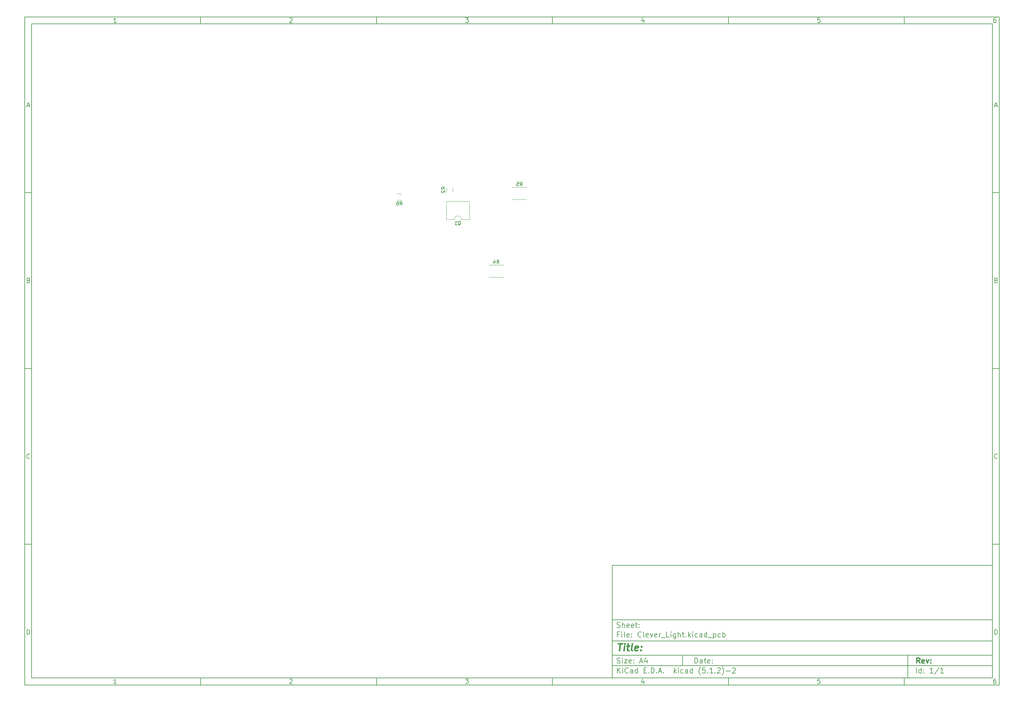
<source format=gbr>
G04 #@! TF.GenerationSoftware,KiCad,Pcbnew,(5.1.2)-2*
G04 #@! TF.CreationDate,2019-08-12T18:41:55+03:00*
G04 #@! TF.ProjectId,Clever_Light,436c6576-6572-45f4-9c69-6768742e6b69,rev?*
G04 #@! TF.SameCoordinates,Original*
G04 #@! TF.FileFunction,Legend,Bot*
G04 #@! TF.FilePolarity,Positive*
%FSLAX46Y46*%
G04 Gerber Fmt 4.6, Leading zero omitted, Abs format (unit mm)*
G04 Created by KiCad (PCBNEW (5.1.2)-2) date 2019-08-12 18:41:55*
%MOMM*%
%LPD*%
G04 APERTURE LIST*
%ADD10C,0.100000*%
%ADD11C,0.150000*%
%ADD12C,0.300000*%
%ADD13C,0.400000*%
%ADD14C,0.120000*%
G04 APERTURE END LIST*
D10*
D11*
X177002200Y-166007200D02*
X177002200Y-198007200D01*
X285002200Y-198007200D01*
X285002200Y-166007200D01*
X177002200Y-166007200D01*
D10*
D11*
X10000000Y-10000000D02*
X10000000Y-200007200D01*
X287002200Y-200007200D01*
X287002200Y-10000000D01*
X10000000Y-10000000D01*
D10*
D11*
X12000000Y-12000000D02*
X12000000Y-198007200D01*
X285002200Y-198007200D01*
X285002200Y-12000000D01*
X12000000Y-12000000D01*
D10*
D11*
X60000000Y-12000000D02*
X60000000Y-10000000D01*
D10*
D11*
X110000000Y-12000000D02*
X110000000Y-10000000D01*
D10*
D11*
X160000000Y-12000000D02*
X160000000Y-10000000D01*
D10*
D11*
X210000000Y-12000000D02*
X210000000Y-10000000D01*
D10*
D11*
X260000000Y-12000000D02*
X260000000Y-10000000D01*
D10*
D11*
X36065476Y-11588095D02*
X35322619Y-11588095D01*
X35694047Y-11588095D02*
X35694047Y-10288095D01*
X35570238Y-10473809D01*
X35446428Y-10597619D01*
X35322619Y-10659523D01*
D10*
D11*
X85322619Y-10411904D02*
X85384523Y-10350000D01*
X85508333Y-10288095D01*
X85817857Y-10288095D01*
X85941666Y-10350000D01*
X86003571Y-10411904D01*
X86065476Y-10535714D01*
X86065476Y-10659523D01*
X86003571Y-10845238D01*
X85260714Y-11588095D01*
X86065476Y-11588095D01*
D10*
D11*
X135260714Y-10288095D02*
X136065476Y-10288095D01*
X135632142Y-10783333D01*
X135817857Y-10783333D01*
X135941666Y-10845238D01*
X136003571Y-10907142D01*
X136065476Y-11030952D01*
X136065476Y-11340476D01*
X136003571Y-11464285D01*
X135941666Y-11526190D01*
X135817857Y-11588095D01*
X135446428Y-11588095D01*
X135322619Y-11526190D01*
X135260714Y-11464285D01*
D10*
D11*
X185941666Y-10721428D02*
X185941666Y-11588095D01*
X185632142Y-10226190D02*
X185322619Y-11154761D01*
X186127380Y-11154761D01*
D10*
D11*
X236003571Y-10288095D02*
X235384523Y-10288095D01*
X235322619Y-10907142D01*
X235384523Y-10845238D01*
X235508333Y-10783333D01*
X235817857Y-10783333D01*
X235941666Y-10845238D01*
X236003571Y-10907142D01*
X236065476Y-11030952D01*
X236065476Y-11340476D01*
X236003571Y-11464285D01*
X235941666Y-11526190D01*
X235817857Y-11588095D01*
X235508333Y-11588095D01*
X235384523Y-11526190D01*
X235322619Y-11464285D01*
D10*
D11*
X285941666Y-10288095D02*
X285694047Y-10288095D01*
X285570238Y-10350000D01*
X285508333Y-10411904D01*
X285384523Y-10597619D01*
X285322619Y-10845238D01*
X285322619Y-11340476D01*
X285384523Y-11464285D01*
X285446428Y-11526190D01*
X285570238Y-11588095D01*
X285817857Y-11588095D01*
X285941666Y-11526190D01*
X286003571Y-11464285D01*
X286065476Y-11340476D01*
X286065476Y-11030952D01*
X286003571Y-10907142D01*
X285941666Y-10845238D01*
X285817857Y-10783333D01*
X285570238Y-10783333D01*
X285446428Y-10845238D01*
X285384523Y-10907142D01*
X285322619Y-11030952D01*
D10*
D11*
X60000000Y-198007200D02*
X60000000Y-200007200D01*
D10*
D11*
X110000000Y-198007200D02*
X110000000Y-200007200D01*
D10*
D11*
X160000000Y-198007200D02*
X160000000Y-200007200D01*
D10*
D11*
X210000000Y-198007200D02*
X210000000Y-200007200D01*
D10*
D11*
X260000000Y-198007200D02*
X260000000Y-200007200D01*
D10*
D11*
X36065476Y-199595295D02*
X35322619Y-199595295D01*
X35694047Y-199595295D02*
X35694047Y-198295295D01*
X35570238Y-198481009D01*
X35446428Y-198604819D01*
X35322619Y-198666723D01*
D10*
D11*
X85322619Y-198419104D02*
X85384523Y-198357200D01*
X85508333Y-198295295D01*
X85817857Y-198295295D01*
X85941666Y-198357200D01*
X86003571Y-198419104D01*
X86065476Y-198542914D01*
X86065476Y-198666723D01*
X86003571Y-198852438D01*
X85260714Y-199595295D01*
X86065476Y-199595295D01*
D10*
D11*
X135260714Y-198295295D02*
X136065476Y-198295295D01*
X135632142Y-198790533D01*
X135817857Y-198790533D01*
X135941666Y-198852438D01*
X136003571Y-198914342D01*
X136065476Y-199038152D01*
X136065476Y-199347676D01*
X136003571Y-199471485D01*
X135941666Y-199533390D01*
X135817857Y-199595295D01*
X135446428Y-199595295D01*
X135322619Y-199533390D01*
X135260714Y-199471485D01*
D10*
D11*
X185941666Y-198728628D02*
X185941666Y-199595295D01*
X185632142Y-198233390D02*
X185322619Y-199161961D01*
X186127380Y-199161961D01*
D10*
D11*
X236003571Y-198295295D02*
X235384523Y-198295295D01*
X235322619Y-198914342D01*
X235384523Y-198852438D01*
X235508333Y-198790533D01*
X235817857Y-198790533D01*
X235941666Y-198852438D01*
X236003571Y-198914342D01*
X236065476Y-199038152D01*
X236065476Y-199347676D01*
X236003571Y-199471485D01*
X235941666Y-199533390D01*
X235817857Y-199595295D01*
X235508333Y-199595295D01*
X235384523Y-199533390D01*
X235322619Y-199471485D01*
D10*
D11*
X285941666Y-198295295D02*
X285694047Y-198295295D01*
X285570238Y-198357200D01*
X285508333Y-198419104D01*
X285384523Y-198604819D01*
X285322619Y-198852438D01*
X285322619Y-199347676D01*
X285384523Y-199471485D01*
X285446428Y-199533390D01*
X285570238Y-199595295D01*
X285817857Y-199595295D01*
X285941666Y-199533390D01*
X286003571Y-199471485D01*
X286065476Y-199347676D01*
X286065476Y-199038152D01*
X286003571Y-198914342D01*
X285941666Y-198852438D01*
X285817857Y-198790533D01*
X285570238Y-198790533D01*
X285446428Y-198852438D01*
X285384523Y-198914342D01*
X285322619Y-199038152D01*
D10*
D11*
X10000000Y-60000000D02*
X12000000Y-60000000D01*
D10*
D11*
X10000000Y-110000000D02*
X12000000Y-110000000D01*
D10*
D11*
X10000000Y-160000000D02*
X12000000Y-160000000D01*
D10*
D11*
X10690476Y-35216666D02*
X11309523Y-35216666D01*
X10566666Y-35588095D02*
X11000000Y-34288095D01*
X11433333Y-35588095D01*
D10*
D11*
X11092857Y-84907142D02*
X11278571Y-84969047D01*
X11340476Y-85030952D01*
X11402380Y-85154761D01*
X11402380Y-85340476D01*
X11340476Y-85464285D01*
X11278571Y-85526190D01*
X11154761Y-85588095D01*
X10659523Y-85588095D01*
X10659523Y-84288095D01*
X11092857Y-84288095D01*
X11216666Y-84350000D01*
X11278571Y-84411904D01*
X11340476Y-84535714D01*
X11340476Y-84659523D01*
X11278571Y-84783333D01*
X11216666Y-84845238D01*
X11092857Y-84907142D01*
X10659523Y-84907142D01*
D10*
D11*
X11402380Y-135464285D02*
X11340476Y-135526190D01*
X11154761Y-135588095D01*
X11030952Y-135588095D01*
X10845238Y-135526190D01*
X10721428Y-135402380D01*
X10659523Y-135278571D01*
X10597619Y-135030952D01*
X10597619Y-134845238D01*
X10659523Y-134597619D01*
X10721428Y-134473809D01*
X10845238Y-134350000D01*
X11030952Y-134288095D01*
X11154761Y-134288095D01*
X11340476Y-134350000D01*
X11402380Y-134411904D01*
D10*
D11*
X10659523Y-185588095D02*
X10659523Y-184288095D01*
X10969047Y-184288095D01*
X11154761Y-184350000D01*
X11278571Y-184473809D01*
X11340476Y-184597619D01*
X11402380Y-184845238D01*
X11402380Y-185030952D01*
X11340476Y-185278571D01*
X11278571Y-185402380D01*
X11154761Y-185526190D01*
X10969047Y-185588095D01*
X10659523Y-185588095D01*
D10*
D11*
X287002200Y-60000000D02*
X285002200Y-60000000D01*
D10*
D11*
X287002200Y-110000000D02*
X285002200Y-110000000D01*
D10*
D11*
X287002200Y-160000000D02*
X285002200Y-160000000D01*
D10*
D11*
X285692676Y-35216666D02*
X286311723Y-35216666D01*
X285568866Y-35588095D02*
X286002200Y-34288095D01*
X286435533Y-35588095D01*
D10*
D11*
X286095057Y-84907142D02*
X286280771Y-84969047D01*
X286342676Y-85030952D01*
X286404580Y-85154761D01*
X286404580Y-85340476D01*
X286342676Y-85464285D01*
X286280771Y-85526190D01*
X286156961Y-85588095D01*
X285661723Y-85588095D01*
X285661723Y-84288095D01*
X286095057Y-84288095D01*
X286218866Y-84350000D01*
X286280771Y-84411904D01*
X286342676Y-84535714D01*
X286342676Y-84659523D01*
X286280771Y-84783333D01*
X286218866Y-84845238D01*
X286095057Y-84907142D01*
X285661723Y-84907142D01*
D10*
D11*
X286404580Y-135464285D02*
X286342676Y-135526190D01*
X286156961Y-135588095D01*
X286033152Y-135588095D01*
X285847438Y-135526190D01*
X285723628Y-135402380D01*
X285661723Y-135278571D01*
X285599819Y-135030952D01*
X285599819Y-134845238D01*
X285661723Y-134597619D01*
X285723628Y-134473809D01*
X285847438Y-134350000D01*
X286033152Y-134288095D01*
X286156961Y-134288095D01*
X286342676Y-134350000D01*
X286404580Y-134411904D01*
D10*
D11*
X285661723Y-185588095D02*
X285661723Y-184288095D01*
X285971247Y-184288095D01*
X286156961Y-184350000D01*
X286280771Y-184473809D01*
X286342676Y-184597619D01*
X286404580Y-184845238D01*
X286404580Y-185030952D01*
X286342676Y-185278571D01*
X286280771Y-185402380D01*
X286156961Y-185526190D01*
X285971247Y-185588095D01*
X285661723Y-185588095D01*
D10*
D11*
X200434342Y-193785771D02*
X200434342Y-192285771D01*
X200791485Y-192285771D01*
X201005771Y-192357200D01*
X201148628Y-192500057D01*
X201220057Y-192642914D01*
X201291485Y-192928628D01*
X201291485Y-193142914D01*
X201220057Y-193428628D01*
X201148628Y-193571485D01*
X201005771Y-193714342D01*
X200791485Y-193785771D01*
X200434342Y-193785771D01*
X202577200Y-193785771D02*
X202577200Y-193000057D01*
X202505771Y-192857200D01*
X202362914Y-192785771D01*
X202077200Y-192785771D01*
X201934342Y-192857200D01*
X202577200Y-193714342D02*
X202434342Y-193785771D01*
X202077200Y-193785771D01*
X201934342Y-193714342D01*
X201862914Y-193571485D01*
X201862914Y-193428628D01*
X201934342Y-193285771D01*
X202077200Y-193214342D01*
X202434342Y-193214342D01*
X202577200Y-193142914D01*
X203077200Y-192785771D02*
X203648628Y-192785771D01*
X203291485Y-192285771D02*
X203291485Y-193571485D01*
X203362914Y-193714342D01*
X203505771Y-193785771D01*
X203648628Y-193785771D01*
X204720057Y-193714342D02*
X204577200Y-193785771D01*
X204291485Y-193785771D01*
X204148628Y-193714342D01*
X204077200Y-193571485D01*
X204077200Y-193000057D01*
X204148628Y-192857200D01*
X204291485Y-192785771D01*
X204577200Y-192785771D01*
X204720057Y-192857200D01*
X204791485Y-193000057D01*
X204791485Y-193142914D01*
X204077200Y-193285771D01*
X205434342Y-193642914D02*
X205505771Y-193714342D01*
X205434342Y-193785771D01*
X205362914Y-193714342D01*
X205434342Y-193642914D01*
X205434342Y-193785771D01*
X205434342Y-192857200D02*
X205505771Y-192928628D01*
X205434342Y-193000057D01*
X205362914Y-192928628D01*
X205434342Y-192857200D01*
X205434342Y-193000057D01*
D10*
D11*
X177002200Y-194507200D02*
X285002200Y-194507200D01*
D10*
D11*
X178434342Y-196585771D02*
X178434342Y-195085771D01*
X179291485Y-196585771D02*
X178648628Y-195728628D01*
X179291485Y-195085771D02*
X178434342Y-195942914D01*
X179934342Y-196585771D02*
X179934342Y-195585771D01*
X179934342Y-195085771D02*
X179862914Y-195157200D01*
X179934342Y-195228628D01*
X180005771Y-195157200D01*
X179934342Y-195085771D01*
X179934342Y-195228628D01*
X181505771Y-196442914D02*
X181434342Y-196514342D01*
X181220057Y-196585771D01*
X181077200Y-196585771D01*
X180862914Y-196514342D01*
X180720057Y-196371485D01*
X180648628Y-196228628D01*
X180577200Y-195942914D01*
X180577200Y-195728628D01*
X180648628Y-195442914D01*
X180720057Y-195300057D01*
X180862914Y-195157200D01*
X181077200Y-195085771D01*
X181220057Y-195085771D01*
X181434342Y-195157200D01*
X181505771Y-195228628D01*
X182791485Y-196585771D02*
X182791485Y-195800057D01*
X182720057Y-195657200D01*
X182577200Y-195585771D01*
X182291485Y-195585771D01*
X182148628Y-195657200D01*
X182791485Y-196514342D02*
X182648628Y-196585771D01*
X182291485Y-196585771D01*
X182148628Y-196514342D01*
X182077200Y-196371485D01*
X182077200Y-196228628D01*
X182148628Y-196085771D01*
X182291485Y-196014342D01*
X182648628Y-196014342D01*
X182791485Y-195942914D01*
X184148628Y-196585771D02*
X184148628Y-195085771D01*
X184148628Y-196514342D02*
X184005771Y-196585771D01*
X183720057Y-196585771D01*
X183577200Y-196514342D01*
X183505771Y-196442914D01*
X183434342Y-196300057D01*
X183434342Y-195871485D01*
X183505771Y-195728628D01*
X183577200Y-195657200D01*
X183720057Y-195585771D01*
X184005771Y-195585771D01*
X184148628Y-195657200D01*
X186005771Y-195800057D02*
X186505771Y-195800057D01*
X186720057Y-196585771D02*
X186005771Y-196585771D01*
X186005771Y-195085771D01*
X186720057Y-195085771D01*
X187362914Y-196442914D02*
X187434342Y-196514342D01*
X187362914Y-196585771D01*
X187291485Y-196514342D01*
X187362914Y-196442914D01*
X187362914Y-196585771D01*
X188077200Y-196585771D02*
X188077200Y-195085771D01*
X188434342Y-195085771D01*
X188648628Y-195157200D01*
X188791485Y-195300057D01*
X188862914Y-195442914D01*
X188934342Y-195728628D01*
X188934342Y-195942914D01*
X188862914Y-196228628D01*
X188791485Y-196371485D01*
X188648628Y-196514342D01*
X188434342Y-196585771D01*
X188077200Y-196585771D01*
X189577200Y-196442914D02*
X189648628Y-196514342D01*
X189577200Y-196585771D01*
X189505771Y-196514342D01*
X189577200Y-196442914D01*
X189577200Y-196585771D01*
X190220057Y-196157200D02*
X190934342Y-196157200D01*
X190077200Y-196585771D02*
X190577200Y-195085771D01*
X191077200Y-196585771D01*
X191577200Y-196442914D02*
X191648628Y-196514342D01*
X191577200Y-196585771D01*
X191505771Y-196514342D01*
X191577200Y-196442914D01*
X191577200Y-196585771D01*
X194577200Y-196585771D02*
X194577200Y-195085771D01*
X194720057Y-196014342D02*
X195148628Y-196585771D01*
X195148628Y-195585771D02*
X194577200Y-196157200D01*
X195791485Y-196585771D02*
X195791485Y-195585771D01*
X195791485Y-195085771D02*
X195720057Y-195157200D01*
X195791485Y-195228628D01*
X195862914Y-195157200D01*
X195791485Y-195085771D01*
X195791485Y-195228628D01*
X197148628Y-196514342D02*
X197005771Y-196585771D01*
X196720057Y-196585771D01*
X196577200Y-196514342D01*
X196505771Y-196442914D01*
X196434342Y-196300057D01*
X196434342Y-195871485D01*
X196505771Y-195728628D01*
X196577200Y-195657200D01*
X196720057Y-195585771D01*
X197005771Y-195585771D01*
X197148628Y-195657200D01*
X198434342Y-196585771D02*
X198434342Y-195800057D01*
X198362914Y-195657200D01*
X198220057Y-195585771D01*
X197934342Y-195585771D01*
X197791485Y-195657200D01*
X198434342Y-196514342D02*
X198291485Y-196585771D01*
X197934342Y-196585771D01*
X197791485Y-196514342D01*
X197720057Y-196371485D01*
X197720057Y-196228628D01*
X197791485Y-196085771D01*
X197934342Y-196014342D01*
X198291485Y-196014342D01*
X198434342Y-195942914D01*
X199791485Y-196585771D02*
X199791485Y-195085771D01*
X199791485Y-196514342D02*
X199648628Y-196585771D01*
X199362914Y-196585771D01*
X199220057Y-196514342D01*
X199148628Y-196442914D01*
X199077200Y-196300057D01*
X199077200Y-195871485D01*
X199148628Y-195728628D01*
X199220057Y-195657200D01*
X199362914Y-195585771D01*
X199648628Y-195585771D01*
X199791485Y-195657200D01*
X202077200Y-197157200D02*
X202005771Y-197085771D01*
X201862914Y-196871485D01*
X201791485Y-196728628D01*
X201720057Y-196514342D01*
X201648628Y-196157200D01*
X201648628Y-195871485D01*
X201720057Y-195514342D01*
X201791485Y-195300057D01*
X201862914Y-195157200D01*
X202005771Y-194942914D01*
X202077200Y-194871485D01*
X203362914Y-195085771D02*
X202648628Y-195085771D01*
X202577200Y-195800057D01*
X202648628Y-195728628D01*
X202791485Y-195657200D01*
X203148628Y-195657200D01*
X203291485Y-195728628D01*
X203362914Y-195800057D01*
X203434342Y-195942914D01*
X203434342Y-196300057D01*
X203362914Y-196442914D01*
X203291485Y-196514342D01*
X203148628Y-196585771D01*
X202791485Y-196585771D01*
X202648628Y-196514342D01*
X202577200Y-196442914D01*
X204077200Y-196442914D02*
X204148628Y-196514342D01*
X204077200Y-196585771D01*
X204005771Y-196514342D01*
X204077200Y-196442914D01*
X204077200Y-196585771D01*
X205577200Y-196585771D02*
X204720057Y-196585771D01*
X205148628Y-196585771D02*
X205148628Y-195085771D01*
X205005771Y-195300057D01*
X204862914Y-195442914D01*
X204720057Y-195514342D01*
X206220057Y-196442914D02*
X206291485Y-196514342D01*
X206220057Y-196585771D01*
X206148628Y-196514342D01*
X206220057Y-196442914D01*
X206220057Y-196585771D01*
X206862914Y-195228628D02*
X206934342Y-195157200D01*
X207077200Y-195085771D01*
X207434342Y-195085771D01*
X207577200Y-195157200D01*
X207648628Y-195228628D01*
X207720057Y-195371485D01*
X207720057Y-195514342D01*
X207648628Y-195728628D01*
X206791485Y-196585771D01*
X207720057Y-196585771D01*
X208220057Y-197157200D02*
X208291485Y-197085771D01*
X208434342Y-196871485D01*
X208505771Y-196728628D01*
X208577200Y-196514342D01*
X208648628Y-196157200D01*
X208648628Y-195871485D01*
X208577200Y-195514342D01*
X208505771Y-195300057D01*
X208434342Y-195157200D01*
X208291485Y-194942914D01*
X208220057Y-194871485D01*
X209362914Y-196014342D02*
X210505771Y-196014342D01*
X211148628Y-195228628D02*
X211220057Y-195157200D01*
X211362914Y-195085771D01*
X211720057Y-195085771D01*
X211862914Y-195157200D01*
X211934342Y-195228628D01*
X212005771Y-195371485D01*
X212005771Y-195514342D01*
X211934342Y-195728628D01*
X211077200Y-196585771D01*
X212005771Y-196585771D01*
D10*
D11*
X177002200Y-191507200D02*
X285002200Y-191507200D01*
D10*
D12*
X264411485Y-193785771D02*
X263911485Y-193071485D01*
X263554342Y-193785771D02*
X263554342Y-192285771D01*
X264125771Y-192285771D01*
X264268628Y-192357200D01*
X264340057Y-192428628D01*
X264411485Y-192571485D01*
X264411485Y-192785771D01*
X264340057Y-192928628D01*
X264268628Y-193000057D01*
X264125771Y-193071485D01*
X263554342Y-193071485D01*
X265625771Y-193714342D02*
X265482914Y-193785771D01*
X265197200Y-193785771D01*
X265054342Y-193714342D01*
X264982914Y-193571485D01*
X264982914Y-193000057D01*
X265054342Y-192857200D01*
X265197200Y-192785771D01*
X265482914Y-192785771D01*
X265625771Y-192857200D01*
X265697200Y-193000057D01*
X265697200Y-193142914D01*
X264982914Y-193285771D01*
X266197200Y-192785771D02*
X266554342Y-193785771D01*
X266911485Y-192785771D01*
X267482914Y-193642914D02*
X267554342Y-193714342D01*
X267482914Y-193785771D01*
X267411485Y-193714342D01*
X267482914Y-193642914D01*
X267482914Y-193785771D01*
X267482914Y-192857200D02*
X267554342Y-192928628D01*
X267482914Y-193000057D01*
X267411485Y-192928628D01*
X267482914Y-192857200D01*
X267482914Y-193000057D01*
D10*
D11*
X178362914Y-193714342D02*
X178577200Y-193785771D01*
X178934342Y-193785771D01*
X179077200Y-193714342D01*
X179148628Y-193642914D01*
X179220057Y-193500057D01*
X179220057Y-193357200D01*
X179148628Y-193214342D01*
X179077200Y-193142914D01*
X178934342Y-193071485D01*
X178648628Y-193000057D01*
X178505771Y-192928628D01*
X178434342Y-192857200D01*
X178362914Y-192714342D01*
X178362914Y-192571485D01*
X178434342Y-192428628D01*
X178505771Y-192357200D01*
X178648628Y-192285771D01*
X179005771Y-192285771D01*
X179220057Y-192357200D01*
X179862914Y-193785771D02*
X179862914Y-192785771D01*
X179862914Y-192285771D02*
X179791485Y-192357200D01*
X179862914Y-192428628D01*
X179934342Y-192357200D01*
X179862914Y-192285771D01*
X179862914Y-192428628D01*
X180434342Y-192785771D02*
X181220057Y-192785771D01*
X180434342Y-193785771D01*
X181220057Y-193785771D01*
X182362914Y-193714342D02*
X182220057Y-193785771D01*
X181934342Y-193785771D01*
X181791485Y-193714342D01*
X181720057Y-193571485D01*
X181720057Y-193000057D01*
X181791485Y-192857200D01*
X181934342Y-192785771D01*
X182220057Y-192785771D01*
X182362914Y-192857200D01*
X182434342Y-193000057D01*
X182434342Y-193142914D01*
X181720057Y-193285771D01*
X183077200Y-193642914D02*
X183148628Y-193714342D01*
X183077200Y-193785771D01*
X183005771Y-193714342D01*
X183077200Y-193642914D01*
X183077200Y-193785771D01*
X183077200Y-192857200D02*
X183148628Y-192928628D01*
X183077200Y-193000057D01*
X183005771Y-192928628D01*
X183077200Y-192857200D01*
X183077200Y-193000057D01*
X184862914Y-193357200D02*
X185577200Y-193357200D01*
X184720057Y-193785771D02*
X185220057Y-192285771D01*
X185720057Y-193785771D01*
X186862914Y-192785771D02*
X186862914Y-193785771D01*
X186505771Y-192214342D02*
X186148628Y-193285771D01*
X187077200Y-193285771D01*
D10*
D11*
X263434342Y-196585771D02*
X263434342Y-195085771D01*
X264791485Y-196585771D02*
X264791485Y-195085771D01*
X264791485Y-196514342D02*
X264648628Y-196585771D01*
X264362914Y-196585771D01*
X264220057Y-196514342D01*
X264148628Y-196442914D01*
X264077200Y-196300057D01*
X264077200Y-195871485D01*
X264148628Y-195728628D01*
X264220057Y-195657200D01*
X264362914Y-195585771D01*
X264648628Y-195585771D01*
X264791485Y-195657200D01*
X265505771Y-196442914D02*
X265577200Y-196514342D01*
X265505771Y-196585771D01*
X265434342Y-196514342D01*
X265505771Y-196442914D01*
X265505771Y-196585771D01*
X265505771Y-195657200D02*
X265577200Y-195728628D01*
X265505771Y-195800057D01*
X265434342Y-195728628D01*
X265505771Y-195657200D01*
X265505771Y-195800057D01*
X268148628Y-196585771D02*
X267291485Y-196585771D01*
X267720057Y-196585771D02*
X267720057Y-195085771D01*
X267577200Y-195300057D01*
X267434342Y-195442914D01*
X267291485Y-195514342D01*
X269862914Y-195014342D02*
X268577200Y-196942914D01*
X271148628Y-196585771D02*
X270291485Y-196585771D01*
X270720057Y-196585771D02*
X270720057Y-195085771D01*
X270577200Y-195300057D01*
X270434342Y-195442914D01*
X270291485Y-195514342D01*
D10*
D11*
X177002200Y-187507200D02*
X285002200Y-187507200D01*
D10*
D13*
X178714580Y-188211961D02*
X179857438Y-188211961D01*
X179036009Y-190211961D02*
X179286009Y-188211961D01*
X180274104Y-190211961D02*
X180440771Y-188878628D01*
X180524104Y-188211961D02*
X180416961Y-188307200D01*
X180500295Y-188402438D01*
X180607438Y-188307200D01*
X180524104Y-188211961D01*
X180500295Y-188402438D01*
X181107438Y-188878628D02*
X181869342Y-188878628D01*
X181476485Y-188211961D02*
X181262200Y-189926247D01*
X181333628Y-190116723D01*
X181512200Y-190211961D01*
X181702676Y-190211961D01*
X182655057Y-190211961D02*
X182476485Y-190116723D01*
X182405057Y-189926247D01*
X182619342Y-188211961D01*
X184190771Y-190116723D02*
X183988390Y-190211961D01*
X183607438Y-190211961D01*
X183428866Y-190116723D01*
X183357438Y-189926247D01*
X183452676Y-189164342D01*
X183571723Y-188973866D01*
X183774104Y-188878628D01*
X184155057Y-188878628D01*
X184333628Y-188973866D01*
X184405057Y-189164342D01*
X184381247Y-189354819D01*
X183405057Y-189545295D01*
X185155057Y-190021485D02*
X185238390Y-190116723D01*
X185131247Y-190211961D01*
X185047914Y-190116723D01*
X185155057Y-190021485D01*
X185131247Y-190211961D01*
X185286009Y-188973866D02*
X185369342Y-189069104D01*
X185262200Y-189164342D01*
X185178866Y-189069104D01*
X185286009Y-188973866D01*
X185262200Y-189164342D01*
D10*
D11*
X178934342Y-185600057D02*
X178434342Y-185600057D01*
X178434342Y-186385771D02*
X178434342Y-184885771D01*
X179148628Y-184885771D01*
X179720057Y-186385771D02*
X179720057Y-185385771D01*
X179720057Y-184885771D02*
X179648628Y-184957200D01*
X179720057Y-185028628D01*
X179791485Y-184957200D01*
X179720057Y-184885771D01*
X179720057Y-185028628D01*
X180648628Y-186385771D02*
X180505771Y-186314342D01*
X180434342Y-186171485D01*
X180434342Y-184885771D01*
X181791485Y-186314342D02*
X181648628Y-186385771D01*
X181362914Y-186385771D01*
X181220057Y-186314342D01*
X181148628Y-186171485D01*
X181148628Y-185600057D01*
X181220057Y-185457200D01*
X181362914Y-185385771D01*
X181648628Y-185385771D01*
X181791485Y-185457200D01*
X181862914Y-185600057D01*
X181862914Y-185742914D01*
X181148628Y-185885771D01*
X182505771Y-186242914D02*
X182577200Y-186314342D01*
X182505771Y-186385771D01*
X182434342Y-186314342D01*
X182505771Y-186242914D01*
X182505771Y-186385771D01*
X182505771Y-185457200D02*
X182577200Y-185528628D01*
X182505771Y-185600057D01*
X182434342Y-185528628D01*
X182505771Y-185457200D01*
X182505771Y-185600057D01*
X185220057Y-186242914D02*
X185148628Y-186314342D01*
X184934342Y-186385771D01*
X184791485Y-186385771D01*
X184577200Y-186314342D01*
X184434342Y-186171485D01*
X184362914Y-186028628D01*
X184291485Y-185742914D01*
X184291485Y-185528628D01*
X184362914Y-185242914D01*
X184434342Y-185100057D01*
X184577200Y-184957200D01*
X184791485Y-184885771D01*
X184934342Y-184885771D01*
X185148628Y-184957200D01*
X185220057Y-185028628D01*
X186077200Y-186385771D02*
X185934342Y-186314342D01*
X185862914Y-186171485D01*
X185862914Y-184885771D01*
X187220057Y-186314342D02*
X187077200Y-186385771D01*
X186791485Y-186385771D01*
X186648628Y-186314342D01*
X186577200Y-186171485D01*
X186577200Y-185600057D01*
X186648628Y-185457200D01*
X186791485Y-185385771D01*
X187077200Y-185385771D01*
X187220057Y-185457200D01*
X187291485Y-185600057D01*
X187291485Y-185742914D01*
X186577200Y-185885771D01*
X187791485Y-185385771D02*
X188148628Y-186385771D01*
X188505771Y-185385771D01*
X189648628Y-186314342D02*
X189505771Y-186385771D01*
X189220057Y-186385771D01*
X189077200Y-186314342D01*
X189005771Y-186171485D01*
X189005771Y-185600057D01*
X189077200Y-185457200D01*
X189220057Y-185385771D01*
X189505771Y-185385771D01*
X189648628Y-185457200D01*
X189720057Y-185600057D01*
X189720057Y-185742914D01*
X189005771Y-185885771D01*
X190362914Y-186385771D02*
X190362914Y-185385771D01*
X190362914Y-185671485D02*
X190434342Y-185528628D01*
X190505771Y-185457200D01*
X190648628Y-185385771D01*
X190791485Y-185385771D01*
X190934342Y-186528628D02*
X192077200Y-186528628D01*
X193148628Y-186385771D02*
X192434342Y-186385771D01*
X192434342Y-184885771D01*
X193648628Y-186385771D02*
X193648628Y-185385771D01*
X193648628Y-184885771D02*
X193577200Y-184957200D01*
X193648628Y-185028628D01*
X193720057Y-184957200D01*
X193648628Y-184885771D01*
X193648628Y-185028628D01*
X195005771Y-185385771D02*
X195005771Y-186600057D01*
X194934342Y-186742914D01*
X194862914Y-186814342D01*
X194720057Y-186885771D01*
X194505771Y-186885771D01*
X194362914Y-186814342D01*
X195005771Y-186314342D02*
X194862914Y-186385771D01*
X194577200Y-186385771D01*
X194434342Y-186314342D01*
X194362914Y-186242914D01*
X194291485Y-186100057D01*
X194291485Y-185671485D01*
X194362914Y-185528628D01*
X194434342Y-185457200D01*
X194577200Y-185385771D01*
X194862914Y-185385771D01*
X195005771Y-185457200D01*
X195720057Y-186385771D02*
X195720057Y-184885771D01*
X196362914Y-186385771D02*
X196362914Y-185600057D01*
X196291485Y-185457200D01*
X196148628Y-185385771D01*
X195934342Y-185385771D01*
X195791485Y-185457200D01*
X195720057Y-185528628D01*
X196862914Y-185385771D02*
X197434342Y-185385771D01*
X197077200Y-184885771D02*
X197077200Y-186171485D01*
X197148628Y-186314342D01*
X197291485Y-186385771D01*
X197434342Y-186385771D01*
X197934342Y-186242914D02*
X198005771Y-186314342D01*
X197934342Y-186385771D01*
X197862914Y-186314342D01*
X197934342Y-186242914D01*
X197934342Y-186385771D01*
X198648628Y-186385771D02*
X198648628Y-184885771D01*
X198791485Y-185814342D02*
X199220057Y-186385771D01*
X199220057Y-185385771D02*
X198648628Y-185957200D01*
X199862914Y-186385771D02*
X199862914Y-185385771D01*
X199862914Y-184885771D02*
X199791485Y-184957200D01*
X199862914Y-185028628D01*
X199934342Y-184957200D01*
X199862914Y-184885771D01*
X199862914Y-185028628D01*
X201220057Y-186314342D02*
X201077200Y-186385771D01*
X200791485Y-186385771D01*
X200648628Y-186314342D01*
X200577200Y-186242914D01*
X200505771Y-186100057D01*
X200505771Y-185671485D01*
X200577200Y-185528628D01*
X200648628Y-185457200D01*
X200791485Y-185385771D01*
X201077200Y-185385771D01*
X201220057Y-185457200D01*
X202505771Y-186385771D02*
X202505771Y-185600057D01*
X202434342Y-185457200D01*
X202291485Y-185385771D01*
X202005771Y-185385771D01*
X201862914Y-185457200D01*
X202505771Y-186314342D02*
X202362914Y-186385771D01*
X202005771Y-186385771D01*
X201862914Y-186314342D01*
X201791485Y-186171485D01*
X201791485Y-186028628D01*
X201862914Y-185885771D01*
X202005771Y-185814342D01*
X202362914Y-185814342D01*
X202505771Y-185742914D01*
X203862914Y-186385771D02*
X203862914Y-184885771D01*
X203862914Y-186314342D02*
X203720057Y-186385771D01*
X203434342Y-186385771D01*
X203291485Y-186314342D01*
X203220057Y-186242914D01*
X203148628Y-186100057D01*
X203148628Y-185671485D01*
X203220057Y-185528628D01*
X203291485Y-185457200D01*
X203434342Y-185385771D01*
X203720057Y-185385771D01*
X203862914Y-185457200D01*
X204220057Y-186528628D02*
X205362914Y-186528628D01*
X205720057Y-185385771D02*
X205720057Y-186885771D01*
X205720057Y-185457200D02*
X205862914Y-185385771D01*
X206148628Y-185385771D01*
X206291485Y-185457200D01*
X206362914Y-185528628D01*
X206434342Y-185671485D01*
X206434342Y-186100057D01*
X206362914Y-186242914D01*
X206291485Y-186314342D01*
X206148628Y-186385771D01*
X205862914Y-186385771D01*
X205720057Y-186314342D01*
X207720057Y-186314342D02*
X207577200Y-186385771D01*
X207291485Y-186385771D01*
X207148628Y-186314342D01*
X207077200Y-186242914D01*
X207005771Y-186100057D01*
X207005771Y-185671485D01*
X207077200Y-185528628D01*
X207148628Y-185457200D01*
X207291485Y-185385771D01*
X207577200Y-185385771D01*
X207720057Y-185457200D01*
X208362914Y-186385771D02*
X208362914Y-184885771D01*
X208362914Y-185457200D02*
X208505771Y-185385771D01*
X208791485Y-185385771D01*
X208934342Y-185457200D01*
X209005771Y-185528628D01*
X209077200Y-185671485D01*
X209077200Y-186100057D01*
X209005771Y-186242914D01*
X208934342Y-186314342D01*
X208791485Y-186385771D01*
X208505771Y-186385771D01*
X208362914Y-186314342D01*
D10*
D11*
X177002200Y-181507200D02*
X285002200Y-181507200D01*
D10*
D11*
X178362914Y-183614342D02*
X178577200Y-183685771D01*
X178934342Y-183685771D01*
X179077200Y-183614342D01*
X179148628Y-183542914D01*
X179220057Y-183400057D01*
X179220057Y-183257200D01*
X179148628Y-183114342D01*
X179077200Y-183042914D01*
X178934342Y-182971485D01*
X178648628Y-182900057D01*
X178505771Y-182828628D01*
X178434342Y-182757200D01*
X178362914Y-182614342D01*
X178362914Y-182471485D01*
X178434342Y-182328628D01*
X178505771Y-182257200D01*
X178648628Y-182185771D01*
X179005771Y-182185771D01*
X179220057Y-182257200D01*
X179862914Y-183685771D02*
X179862914Y-182185771D01*
X180505771Y-183685771D02*
X180505771Y-182900057D01*
X180434342Y-182757200D01*
X180291485Y-182685771D01*
X180077200Y-182685771D01*
X179934342Y-182757200D01*
X179862914Y-182828628D01*
X181791485Y-183614342D02*
X181648628Y-183685771D01*
X181362914Y-183685771D01*
X181220057Y-183614342D01*
X181148628Y-183471485D01*
X181148628Y-182900057D01*
X181220057Y-182757200D01*
X181362914Y-182685771D01*
X181648628Y-182685771D01*
X181791485Y-182757200D01*
X181862914Y-182900057D01*
X181862914Y-183042914D01*
X181148628Y-183185771D01*
X183077200Y-183614342D02*
X182934342Y-183685771D01*
X182648628Y-183685771D01*
X182505771Y-183614342D01*
X182434342Y-183471485D01*
X182434342Y-182900057D01*
X182505771Y-182757200D01*
X182648628Y-182685771D01*
X182934342Y-182685771D01*
X183077200Y-182757200D01*
X183148628Y-182900057D01*
X183148628Y-183042914D01*
X182434342Y-183185771D01*
X183577200Y-182685771D02*
X184148628Y-182685771D01*
X183791485Y-182185771D02*
X183791485Y-183471485D01*
X183862914Y-183614342D01*
X184005771Y-183685771D01*
X184148628Y-183685771D01*
X184648628Y-183542914D02*
X184720057Y-183614342D01*
X184648628Y-183685771D01*
X184577200Y-183614342D01*
X184648628Y-183542914D01*
X184648628Y-183685771D01*
X184648628Y-182757200D02*
X184720057Y-182828628D01*
X184648628Y-182900057D01*
X184577200Y-182828628D01*
X184648628Y-182757200D01*
X184648628Y-182900057D01*
D10*
D11*
X197002200Y-191507200D02*
X197002200Y-194507200D01*
D10*
D11*
X261002200Y-191507200D02*
X261002200Y-198007200D01*
D14*
X115853936Y-60304000D02*
X117058064Y-60304000D01*
X115853936Y-62124000D02*
X117058064Y-62124000D01*
X131720000Y-58579936D02*
X131720000Y-59784064D01*
X129900000Y-58579936D02*
X129900000Y-59784064D01*
X152674064Y-61908000D02*
X148569936Y-61908000D01*
X152674064Y-58488000D02*
X148569936Y-58488000D01*
X146070064Y-84006000D02*
X141965936Y-84006000D01*
X146070064Y-80586000D02*
X141965936Y-80586000D01*
X136331000Y-67624000D02*
X134096000Y-67624000D01*
X136331000Y-62424000D02*
X136331000Y-67624000D01*
X129861000Y-62424000D02*
X136331000Y-62424000D01*
X129861000Y-67624000D02*
X129861000Y-62424000D01*
X132096000Y-67624000D02*
X129861000Y-67624000D01*
X134096000Y-67624000D02*
G75*
G03X132096000Y-67624000I-1000000J0D01*
G01*
D11*
X116622666Y-63486380D02*
X116956000Y-63010190D01*
X117194095Y-63486380D02*
X117194095Y-62486380D01*
X116813142Y-62486380D01*
X116717904Y-62534000D01*
X116670285Y-62581619D01*
X116622666Y-62676857D01*
X116622666Y-62819714D01*
X116670285Y-62914952D01*
X116717904Y-62962571D01*
X116813142Y-63010190D01*
X117194095Y-63010190D01*
X115765523Y-62486380D02*
X115956000Y-62486380D01*
X116051238Y-62534000D01*
X116098857Y-62581619D01*
X116194095Y-62724476D01*
X116241714Y-62914952D01*
X116241714Y-63295904D01*
X116194095Y-63391142D01*
X116146476Y-63438761D01*
X116051238Y-63486380D01*
X115860761Y-63486380D01*
X115765523Y-63438761D01*
X115717904Y-63391142D01*
X115670285Y-63295904D01*
X115670285Y-63057809D01*
X115717904Y-62962571D01*
X115765523Y-62914952D01*
X115860761Y-62867333D01*
X116051238Y-62867333D01*
X116146476Y-62914952D01*
X116194095Y-62962571D01*
X116241714Y-63057809D01*
X129442380Y-59015333D02*
X128966190Y-58682000D01*
X129442380Y-58443904D02*
X128442380Y-58443904D01*
X128442380Y-58824857D01*
X128490000Y-58920095D01*
X128537619Y-58967714D01*
X128632857Y-59015333D01*
X128775714Y-59015333D01*
X128870952Y-58967714D01*
X128918571Y-58920095D01*
X128966190Y-58824857D01*
X128966190Y-58443904D01*
X128537619Y-59396285D02*
X128490000Y-59443904D01*
X128442380Y-59539142D01*
X128442380Y-59777238D01*
X128490000Y-59872476D01*
X128537619Y-59920095D01*
X128632857Y-59967714D01*
X128728095Y-59967714D01*
X128870952Y-59920095D01*
X129442380Y-59348666D01*
X129442380Y-59967714D01*
X150788666Y-58030380D02*
X151122000Y-57554190D01*
X151360095Y-58030380D02*
X151360095Y-57030380D01*
X150979142Y-57030380D01*
X150883904Y-57078000D01*
X150836285Y-57125619D01*
X150788666Y-57220857D01*
X150788666Y-57363714D01*
X150836285Y-57458952D01*
X150883904Y-57506571D01*
X150979142Y-57554190D01*
X151360095Y-57554190D01*
X149883904Y-57030380D02*
X150360095Y-57030380D01*
X150407714Y-57506571D01*
X150360095Y-57458952D01*
X150264857Y-57411333D01*
X150026761Y-57411333D01*
X149931523Y-57458952D01*
X149883904Y-57506571D01*
X149836285Y-57601809D01*
X149836285Y-57839904D01*
X149883904Y-57935142D01*
X149931523Y-57982761D01*
X150026761Y-58030380D01*
X150264857Y-58030380D01*
X150360095Y-57982761D01*
X150407714Y-57935142D01*
X144184666Y-80128380D02*
X144518000Y-79652190D01*
X144756095Y-80128380D02*
X144756095Y-79128380D01*
X144375142Y-79128380D01*
X144279904Y-79176000D01*
X144232285Y-79223619D01*
X144184666Y-79318857D01*
X144184666Y-79461714D01*
X144232285Y-79556952D01*
X144279904Y-79604571D01*
X144375142Y-79652190D01*
X144756095Y-79652190D01*
X143327523Y-79461714D02*
X143327523Y-80128380D01*
X143565619Y-79080761D02*
X143803714Y-79795047D01*
X143184666Y-79795047D01*
X133191238Y-69171619D02*
X133286476Y-69124000D01*
X133381714Y-69028761D01*
X133524571Y-68885904D01*
X133619809Y-68838285D01*
X133715047Y-68838285D01*
X133667428Y-69076380D02*
X133762666Y-69028761D01*
X133857904Y-68933523D01*
X133905523Y-68743047D01*
X133905523Y-68409714D01*
X133857904Y-68219238D01*
X133762666Y-68124000D01*
X133667428Y-68076380D01*
X133476952Y-68076380D01*
X133381714Y-68124000D01*
X133286476Y-68219238D01*
X133238857Y-68409714D01*
X133238857Y-68743047D01*
X133286476Y-68933523D01*
X133381714Y-69028761D01*
X133476952Y-69076380D01*
X133667428Y-69076380D01*
X132286476Y-69076380D02*
X132857904Y-69076380D01*
X132572190Y-69076380D02*
X132572190Y-68076380D01*
X132667428Y-68219238D01*
X132762666Y-68314476D01*
X132857904Y-68362095D01*
M02*

</source>
